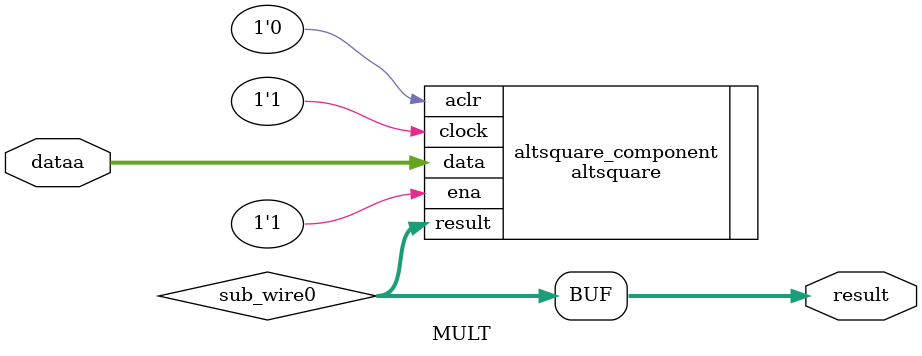
<source format=v>
module MULT (
	dataa,
	result);
	input	[12:0]  dataa;
	output	[25:0]  result;
	wire [25:0] sub_wire0;
	wire [25:0] result = sub_wire0[25:0];
	altsquare	altsquare_component (
				.data (dataa),
				.result (sub_wire0),
				.aclr (1'b0),
				.clock (1'b1),
				.ena (1'b1));
	defparam
		altsquare_component.data_width = 13,
		altsquare_component.lpm_type = "ALTSQUARE",
		altsquare_component.pipeline = 0,
		altsquare_component.representation = "SIGNED",
		altsquare_component.result_width = 26;
endmodule
</source>
